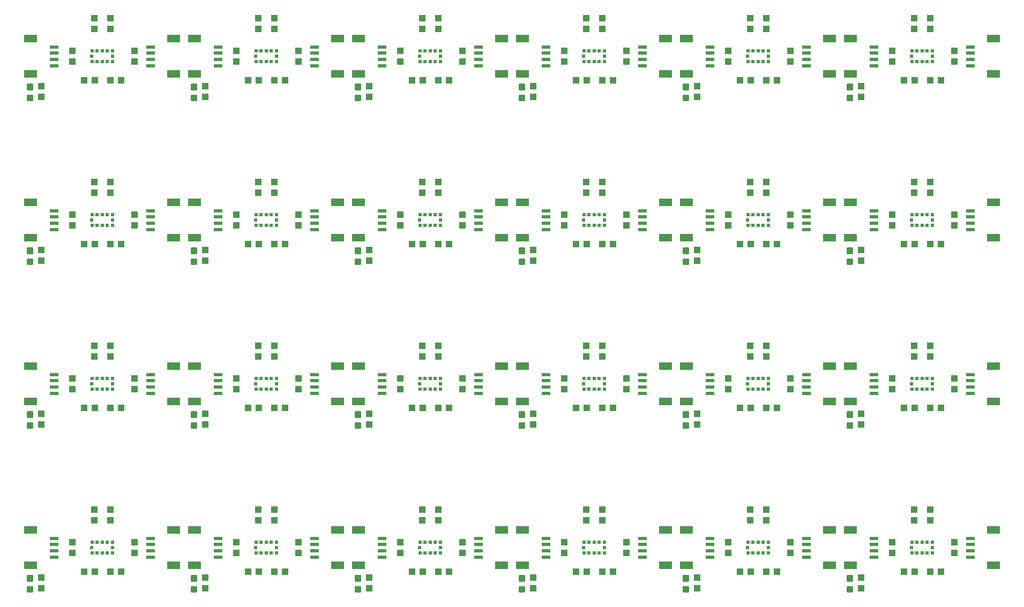
<source format=gtp>
G04 EAGLE Gerber RS-274X export*
G75*
%MOMM*%
%FSLAX34Y34*%
%LPD*%
%INSolderpaste Top*%
%IPPOS*%
%AMOC8*
5,1,8,0,0,1.08239X$1,22.5*%
G01*
%ADD10R,1.000000X1.100000*%
%ADD11R,2.000000X1.200000*%
%ADD12R,1.350000X0.600000*%
%ADD13R,1.100000X1.000000*%
%ADD14C,0.300000*%
%ADD15R,0.500000X0.600000*%
%ADD16R,0.600000X0.500000*%


D10*
X114300Y170570D03*
X114300Y187570D03*
X139700Y170570D03*
X139700Y187570D03*
D11*
X14050Y155000D03*
X14050Y99000D03*
D12*
X50800Y142000D03*
X50800Y132000D03*
X50800Y122000D03*
X50800Y112000D03*
D10*
X177800Y135500D03*
X177800Y118500D03*
D11*
X239950Y99000D03*
X239950Y155000D03*
D12*
X203200Y112000D03*
X203200Y122000D03*
X203200Y132000D03*
X203200Y142000D03*
D10*
X80010Y118500D03*
X80010Y135500D03*
D13*
X98180Y88900D03*
X115180Y88900D03*
X140090Y88900D03*
X157090Y88900D03*
D10*
X30480Y62620D03*
X30480Y79620D03*
D14*
X16200Y75120D02*
X9200Y75120D01*
X9200Y82120D01*
X16200Y82120D01*
X16200Y75120D01*
X16200Y77970D02*
X9200Y77970D01*
X9200Y80820D02*
X16200Y80820D01*
X16200Y57580D02*
X9200Y57580D01*
X9200Y64580D01*
X16200Y64580D01*
X16200Y57580D01*
X16200Y60430D02*
X9200Y60430D01*
X9200Y63280D02*
X16200Y63280D01*
D15*
X111000Y118500D03*
X119000Y118500D03*
X127000Y118500D03*
X135000Y118500D03*
X143000Y118500D03*
D16*
X143500Y127000D03*
D15*
X143000Y135500D03*
X135000Y135500D03*
X127000Y135500D03*
X119000Y135500D03*
X111000Y135500D03*
D16*
X110500Y127000D03*
D10*
X373380Y170570D03*
X373380Y187570D03*
X398780Y170570D03*
X398780Y187570D03*
D11*
X273130Y155000D03*
X273130Y99000D03*
D12*
X309880Y142000D03*
X309880Y132000D03*
X309880Y122000D03*
X309880Y112000D03*
D10*
X436880Y135500D03*
X436880Y118500D03*
D11*
X499030Y99000D03*
X499030Y155000D03*
D12*
X462280Y112000D03*
X462280Y122000D03*
X462280Y132000D03*
X462280Y142000D03*
D10*
X339090Y118500D03*
X339090Y135500D03*
D13*
X357260Y88900D03*
X374260Y88900D03*
X399170Y88900D03*
X416170Y88900D03*
D10*
X289560Y62620D03*
X289560Y79620D03*
D14*
X275280Y75120D02*
X268280Y75120D01*
X268280Y82120D01*
X275280Y82120D01*
X275280Y75120D01*
X275280Y77970D02*
X268280Y77970D01*
X268280Y80820D02*
X275280Y80820D01*
X275280Y57580D02*
X268280Y57580D01*
X268280Y64580D01*
X275280Y64580D01*
X275280Y57580D01*
X275280Y60430D02*
X268280Y60430D01*
X268280Y63280D02*
X275280Y63280D01*
D15*
X370080Y118500D03*
X378080Y118500D03*
X386080Y118500D03*
X394080Y118500D03*
X402080Y118500D03*
D16*
X402580Y127000D03*
D15*
X402080Y135500D03*
X394080Y135500D03*
X386080Y135500D03*
X378080Y135500D03*
X370080Y135500D03*
D16*
X369580Y127000D03*
D10*
X632460Y170570D03*
X632460Y187570D03*
X657860Y170570D03*
X657860Y187570D03*
D11*
X532210Y155000D03*
X532210Y99000D03*
D12*
X568960Y142000D03*
X568960Y132000D03*
X568960Y122000D03*
X568960Y112000D03*
D10*
X695960Y135500D03*
X695960Y118500D03*
D11*
X758110Y99000D03*
X758110Y155000D03*
D12*
X721360Y112000D03*
X721360Y122000D03*
X721360Y132000D03*
X721360Y142000D03*
D10*
X598170Y118500D03*
X598170Y135500D03*
D13*
X616340Y88900D03*
X633340Y88900D03*
X658250Y88900D03*
X675250Y88900D03*
D10*
X548640Y62620D03*
X548640Y79620D03*
D14*
X534360Y75120D02*
X527360Y75120D01*
X527360Y82120D01*
X534360Y82120D01*
X534360Y75120D01*
X534360Y77970D02*
X527360Y77970D01*
X527360Y80820D02*
X534360Y80820D01*
X534360Y57580D02*
X527360Y57580D01*
X527360Y64580D01*
X534360Y64580D01*
X534360Y57580D01*
X534360Y60430D02*
X527360Y60430D01*
X527360Y63280D02*
X534360Y63280D01*
D15*
X629160Y118500D03*
X637160Y118500D03*
X645160Y118500D03*
X653160Y118500D03*
X661160Y118500D03*
D16*
X661660Y127000D03*
D15*
X661160Y135500D03*
X653160Y135500D03*
X645160Y135500D03*
X637160Y135500D03*
X629160Y135500D03*
D16*
X628660Y127000D03*
D10*
X891540Y170570D03*
X891540Y187570D03*
X916940Y170570D03*
X916940Y187570D03*
D11*
X791290Y155000D03*
X791290Y99000D03*
D12*
X828040Y142000D03*
X828040Y132000D03*
X828040Y122000D03*
X828040Y112000D03*
D10*
X955040Y135500D03*
X955040Y118500D03*
D11*
X1017190Y99000D03*
X1017190Y155000D03*
D12*
X980440Y112000D03*
X980440Y122000D03*
X980440Y132000D03*
X980440Y142000D03*
D10*
X857250Y118500D03*
X857250Y135500D03*
D13*
X875420Y88900D03*
X892420Y88900D03*
X917330Y88900D03*
X934330Y88900D03*
D10*
X807720Y62620D03*
X807720Y79620D03*
D14*
X793440Y75120D02*
X786440Y75120D01*
X786440Y82120D01*
X793440Y82120D01*
X793440Y75120D01*
X793440Y77970D02*
X786440Y77970D01*
X786440Y80820D02*
X793440Y80820D01*
X793440Y57580D02*
X786440Y57580D01*
X786440Y64580D01*
X793440Y64580D01*
X793440Y57580D01*
X793440Y60430D02*
X786440Y60430D01*
X786440Y63280D02*
X793440Y63280D01*
D15*
X888240Y118500D03*
X896240Y118500D03*
X904240Y118500D03*
X912240Y118500D03*
X920240Y118500D03*
D16*
X920740Y127000D03*
D15*
X920240Y135500D03*
X912240Y135500D03*
X904240Y135500D03*
X896240Y135500D03*
X888240Y135500D03*
D16*
X887740Y127000D03*
D10*
X1150620Y170570D03*
X1150620Y187570D03*
X1176020Y170570D03*
X1176020Y187570D03*
D11*
X1050370Y155000D03*
X1050370Y99000D03*
D12*
X1087120Y142000D03*
X1087120Y132000D03*
X1087120Y122000D03*
X1087120Y112000D03*
D10*
X1214120Y135500D03*
X1214120Y118500D03*
D11*
X1276270Y99000D03*
X1276270Y155000D03*
D12*
X1239520Y112000D03*
X1239520Y122000D03*
X1239520Y132000D03*
X1239520Y142000D03*
D10*
X1116330Y118500D03*
X1116330Y135500D03*
D13*
X1134500Y88900D03*
X1151500Y88900D03*
X1176410Y88900D03*
X1193410Y88900D03*
D10*
X1066800Y62620D03*
X1066800Y79620D03*
D14*
X1052520Y75120D02*
X1045520Y75120D01*
X1045520Y82120D01*
X1052520Y82120D01*
X1052520Y75120D01*
X1052520Y77970D02*
X1045520Y77970D01*
X1045520Y80820D02*
X1052520Y80820D01*
X1052520Y57580D02*
X1045520Y57580D01*
X1045520Y64580D01*
X1052520Y64580D01*
X1052520Y57580D01*
X1052520Y60430D02*
X1045520Y60430D01*
X1045520Y63280D02*
X1052520Y63280D01*
D15*
X1147320Y118500D03*
X1155320Y118500D03*
X1163320Y118500D03*
X1171320Y118500D03*
X1179320Y118500D03*
D16*
X1179820Y127000D03*
D15*
X1179320Y135500D03*
X1171320Y135500D03*
X1163320Y135500D03*
X1155320Y135500D03*
X1147320Y135500D03*
D16*
X1146820Y127000D03*
D10*
X1409700Y170570D03*
X1409700Y187570D03*
X1435100Y170570D03*
X1435100Y187570D03*
D11*
X1309450Y155000D03*
X1309450Y99000D03*
D12*
X1346200Y142000D03*
X1346200Y132000D03*
X1346200Y122000D03*
X1346200Y112000D03*
D10*
X1473200Y135500D03*
X1473200Y118500D03*
D11*
X1535350Y99000D03*
X1535350Y155000D03*
D12*
X1498600Y112000D03*
X1498600Y122000D03*
X1498600Y132000D03*
X1498600Y142000D03*
D10*
X1375410Y118500D03*
X1375410Y135500D03*
D13*
X1393580Y88900D03*
X1410580Y88900D03*
X1435490Y88900D03*
X1452490Y88900D03*
D10*
X1325880Y62620D03*
X1325880Y79620D03*
D14*
X1311600Y75120D02*
X1304600Y75120D01*
X1304600Y82120D01*
X1311600Y82120D01*
X1311600Y75120D01*
X1311600Y77970D02*
X1304600Y77970D01*
X1304600Y80820D02*
X1311600Y80820D01*
X1311600Y57580D02*
X1304600Y57580D01*
X1304600Y64580D01*
X1311600Y64580D01*
X1311600Y57580D01*
X1311600Y60430D02*
X1304600Y60430D01*
X1304600Y63280D02*
X1311600Y63280D01*
D15*
X1406400Y118500D03*
X1414400Y118500D03*
X1422400Y118500D03*
X1430400Y118500D03*
X1438400Y118500D03*
D16*
X1438900Y127000D03*
D15*
X1438400Y135500D03*
X1430400Y135500D03*
X1422400Y135500D03*
X1414400Y135500D03*
X1406400Y135500D03*
D16*
X1405900Y127000D03*
D10*
X114300Y429650D03*
X114300Y446650D03*
X139700Y429650D03*
X139700Y446650D03*
D11*
X14050Y414080D03*
X14050Y358080D03*
D12*
X50800Y401080D03*
X50800Y391080D03*
X50800Y381080D03*
X50800Y371080D03*
D10*
X177800Y394580D03*
X177800Y377580D03*
D11*
X239950Y358080D03*
X239950Y414080D03*
D12*
X203200Y371080D03*
X203200Y381080D03*
X203200Y391080D03*
X203200Y401080D03*
D10*
X80010Y377580D03*
X80010Y394580D03*
D13*
X98180Y347980D03*
X115180Y347980D03*
X140090Y347980D03*
X157090Y347980D03*
D10*
X30480Y321700D03*
X30480Y338700D03*
D14*
X16200Y334200D02*
X9200Y334200D01*
X9200Y341200D01*
X16200Y341200D01*
X16200Y334200D01*
X16200Y337050D02*
X9200Y337050D01*
X9200Y339900D02*
X16200Y339900D01*
X16200Y316660D02*
X9200Y316660D01*
X9200Y323660D01*
X16200Y323660D01*
X16200Y316660D01*
X16200Y319510D02*
X9200Y319510D01*
X9200Y322360D02*
X16200Y322360D01*
D15*
X111000Y377580D03*
X119000Y377580D03*
X127000Y377580D03*
X135000Y377580D03*
X143000Y377580D03*
D16*
X143500Y386080D03*
D15*
X143000Y394580D03*
X135000Y394580D03*
X127000Y394580D03*
X119000Y394580D03*
X111000Y394580D03*
D16*
X110500Y386080D03*
D10*
X373380Y429650D03*
X373380Y446650D03*
X398780Y429650D03*
X398780Y446650D03*
D11*
X273130Y414080D03*
X273130Y358080D03*
D12*
X309880Y401080D03*
X309880Y391080D03*
X309880Y381080D03*
X309880Y371080D03*
D10*
X436880Y394580D03*
X436880Y377580D03*
D11*
X499030Y358080D03*
X499030Y414080D03*
D12*
X462280Y371080D03*
X462280Y381080D03*
X462280Y391080D03*
X462280Y401080D03*
D10*
X339090Y377580D03*
X339090Y394580D03*
D13*
X357260Y347980D03*
X374260Y347980D03*
X399170Y347980D03*
X416170Y347980D03*
D10*
X289560Y321700D03*
X289560Y338700D03*
D14*
X275280Y334200D02*
X268280Y334200D01*
X268280Y341200D01*
X275280Y341200D01*
X275280Y334200D01*
X275280Y337050D02*
X268280Y337050D01*
X268280Y339900D02*
X275280Y339900D01*
X275280Y316660D02*
X268280Y316660D01*
X268280Y323660D01*
X275280Y323660D01*
X275280Y316660D01*
X275280Y319510D02*
X268280Y319510D01*
X268280Y322360D02*
X275280Y322360D01*
D15*
X370080Y377580D03*
X378080Y377580D03*
X386080Y377580D03*
X394080Y377580D03*
X402080Y377580D03*
D16*
X402580Y386080D03*
D15*
X402080Y394580D03*
X394080Y394580D03*
X386080Y394580D03*
X378080Y394580D03*
X370080Y394580D03*
D16*
X369580Y386080D03*
D10*
X632460Y429650D03*
X632460Y446650D03*
X657860Y429650D03*
X657860Y446650D03*
D11*
X532210Y414080D03*
X532210Y358080D03*
D12*
X568960Y401080D03*
X568960Y391080D03*
X568960Y381080D03*
X568960Y371080D03*
D10*
X695960Y394580D03*
X695960Y377580D03*
D11*
X758110Y358080D03*
X758110Y414080D03*
D12*
X721360Y371080D03*
X721360Y381080D03*
X721360Y391080D03*
X721360Y401080D03*
D10*
X598170Y377580D03*
X598170Y394580D03*
D13*
X616340Y347980D03*
X633340Y347980D03*
X658250Y347980D03*
X675250Y347980D03*
D10*
X548640Y321700D03*
X548640Y338700D03*
D14*
X534360Y334200D02*
X527360Y334200D01*
X527360Y341200D01*
X534360Y341200D01*
X534360Y334200D01*
X534360Y337050D02*
X527360Y337050D01*
X527360Y339900D02*
X534360Y339900D01*
X534360Y316660D02*
X527360Y316660D01*
X527360Y323660D01*
X534360Y323660D01*
X534360Y316660D01*
X534360Y319510D02*
X527360Y319510D01*
X527360Y322360D02*
X534360Y322360D01*
D15*
X629160Y377580D03*
X637160Y377580D03*
X645160Y377580D03*
X653160Y377580D03*
X661160Y377580D03*
D16*
X661660Y386080D03*
D15*
X661160Y394580D03*
X653160Y394580D03*
X645160Y394580D03*
X637160Y394580D03*
X629160Y394580D03*
D16*
X628660Y386080D03*
D10*
X891540Y429650D03*
X891540Y446650D03*
X916940Y429650D03*
X916940Y446650D03*
D11*
X791290Y414080D03*
X791290Y358080D03*
D12*
X828040Y401080D03*
X828040Y391080D03*
X828040Y381080D03*
X828040Y371080D03*
D10*
X955040Y394580D03*
X955040Y377580D03*
D11*
X1017190Y358080D03*
X1017190Y414080D03*
D12*
X980440Y371080D03*
X980440Y381080D03*
X980440Y391080D03*
X980440Y401080D03*
D10*
X857250Y377580D03*
X857250Y394580D03*
D13*
X875420Y347980D03*
X892420Y347980D03*
X917330Y347980D03*
X934330Y347980D03*
D10*
X807720Y321700D03*
X807720Y338700D03*
D14*
X793440Y334200D02*
X786440Y334200D01*
X786440Y341200D01*
X793440Y341200D01*
X793440Y334200D01*
X793440Y337050D02*
X786440Y337050D01*
X786440Y339900D02*
X793440Y339900D01*
X793440Y316660D02*
X786440Y316660D01*
X786440Y323660D01*
X793440Y323660D01*
X793440Y316660D01*
X793440Y319510D02*
X786440Y319510D01*
X786440Y322360D02*
X793440Y322360D01*
D15*
X888240Y377580D03*
X896240Y377580D03*
X904240Y377580D03*
X912240Y377580D03*
X920240Y377580D03*
D16*
X920740Y386080D03*
D15*
X920240Y394580D03*
X912240Y394580D03*
X904240Y394580D03*
X896240Y394580D03*
X888240Y394580D03*
D16*
X887740Y386080D03*
D10*
X1150620Y429650D03*
X1150620Y446650D03*
X1176020Y429650D03*
X1176020Y446650D03*
D11*
X1050370Y414080D03*
X1050370Y358080D03*
D12*
X1087120Y401080D03*
X1087120Y391080D03*
X1087120Y381080D03*
X1087120Y371080D03*
D10*
X1214120Y394580D03*
X1214120Y377580D03*
D11*
X1276270Y358080D03*
X1276270Y414080D03*
D12*
X1239520Y371080D03*
X1239520Y381080D03*
X1239520Y391080D03*
X1239520Y401080D03*
D10*
X1116330Y377580D03*
X1116330Y394580D03*
D13*
X1134500Y347980D03*
X1151500Y347980D03*
X1176410Y347980D03*
X1193410Y347980D03*
D10*
X1066800Y321700D03*
X1066800Y338700D03*
D14*
X1052520Y334200D02*
X1045520Y334200D01*
X1045520Y341200D01*
X1052520Y341200D01*
X1052520Y334200D01*
X1052520Y337050D02*
X1045520Y337050D01*
X1045520Y339900D02*
X1052520Y339900D01*
X1052520Y316660D02*
X1045520Y316660D01*
X1045520Y323660D01*
X1052520Y323660D01*
X1052520Y316660D01*
X1052520Y319510D02*
X1045520Y319510D01*
X1045520Y322360D02*
X1052520Y322360D01*
D15*
X1147320Y377580D03*
X1155320Y377580D03*
X1163320Y377580D03*
X1171320Y377580D03*
X1179320Y377580D03*
D16*
X1179820Y386080D03*
D15*
X1179320Y394580D03*
X1171320Y394580D03*
X1163320Y394580D03*
X1155320Y394580D03*
X1147320Y394580D03*
D16*
X1146820Y386080D03*
D10*
X1409700Y429650D03*
X1409700Y446650D03*
X1435100Y429650D03*
X1435100Y446650D03*
D11*
X1309450Y414080D03*
X1309450Y358080D03*
D12*
X1346200Y401080D03*
X1346200Y391080D03*
X1346200Y381080D03*
X1346200Y371080D03*
D10*
X1473200Y394580D03*
X1473200Y377580D03*
D11*
X1535350Y358080D03*
X1535350Y414080D03*
D12*
X1498600Y371080D03*
X1498600Y381080D03*
X1498600Y391080D03*
X1498600Y401080D03*
D10*
X1375410Y377580D03*
X1375410Y394580D03*
D13*
X1393580Y347980D03*
X1410580Y347980D03*
X1435490Y347980D03*
X1452490Y347980D03*
D10*
X1325880Y321700D03*
X1325880Y338700D03*
D14*
X1311600Y334200D02*
X1304600Y334200D01*
X1304600Y341200D01*
X1311600Y341200D01*
X1311600Y334200D01*
X1311600Y337050D02*
X1304600Y337050D01*
X1304600Y339900D02*
X1311600Y339900D01*
X1311600Y316660D02*
X1304600Y316660D01*
X1304600Y323660D01*
X1311600Y323660D01*
X1311600Y316660D01*
X1311600Y319510D02*
X1304600Y319510D01*
X1304600Y322360D02*
X1311600Y322360D01*
D15*
X1406400Y377580D03*
X1414400Y377580D03*
X1422400Y377580D03*
X1430400Y377580D03*
X1438400Y377580D03*
D16*
X1438900Y386080D03*
D15*
X1438400Y394580D03*
X1430400Y394580D03*
X1422400Y394580D03*
X1414400Y394580D03*
X1406400Y394580D03*
D16*
X1405900Y386080D03*
D10*
X114300Y688730D03*
X114300Y705730D03*
X139700Y688730D03*
X139700Y705730D03*
D11*
X14050Y673160D03*
X14050Y617160D03*
D12*
X50800Y660160D03*
X50800Y650160D03*
X50800Y640160D03*
X50800Y630160D03*
D10*
X177800Y653660D03*
X177800Y636660D03*
D11*
X239950Y617160D03*
X239950Y673160D03*
D12*
X203200Y630160D03*
X203200Y640160D03*
X203200Y650160D03*
X203200Y660160D03*
D10*
X80010Y636660D03*
X80010Y653660D03*
D13*
X98180Y607060D03*
X115180Y607060D03*
X140090Y607060D03*
X157090Y607060D03*
D10*
X30480Y580780D03*
X30480Y597780D03*
D14*
X16200Y593280D02*
X9200Y593280D01*
X9200Y600280D01*
X16200Y600280D01*
X16200Y593280D01*
X16200Y596130D02*
X9200Y596130D01*
X9200Y598980D02*
X16200Y598980D01*
X16200Y575740D02*
X9200Y575740D01*
X9200Y582740D01*
X16200Y582740D01*
X16200Y575740D01*
X16200Y578590D02*
X9200Y578590D01*
X9200Y581440D02*
X16200Y581440D01*
D15*
X111000Y636660D03*
X119000Y636660D03*
X127000Y636660D03*
X135000Y636660D03*
X143000Y636660D03*
D16*
X143500Y645160D03*
D15*
X143000Y653660D03*
X135000Y653660D03*
X127000Y653660D03*
X119000Y653660D03*
X111000Y653660D03*
D16*
X110500Y645160D03*
D10*
X373380Y688730D03*
X373380Y705730D03*
X398780Y688730D03*
X398780Y705730D03*
D11*
X273130Y673160D03*
X273130Y617160D03*
D12*
X309880Y660160D03*
X309880Y650160D03*
X309880Y640160D03*
X309880Y630160D03*
D10*
X436880Y653660D03*
X436880Y636660D03*
D11*
X499030Y617160D03*
X499030Y673160D03*
D12*
X462280Y630160D03*
X462280Y640160D03*
X462280Y650160D03*
X462280Y660160D03*
D10*
X339090Y636660D03*
X339090Y653660D03*
D13*
X357260Y607060D03*
X374260Y607060D03*
X399170Y607060D03*
X416170Y607060D03*
D10*
X289560Y580780D03*
X289560Y597780D03*
D14*
X275280Y593280D02*
X268280Y593280D01*
X268280Y600280D01*
X275280Y600280D01*
X275280Y593280D01*
X275280Y596130D02*
X268280Y596130D01*
X268280Y598980D02*
X275280Y598980D01*
X275280Y575740D02*
X268280Y575740D01*
X268280Y582740D01*
X275280Y582740D01*
X275280Y575740D01*
X275280Y578590D02*
X268280Y578590D01*
X268280Y581440D02*
X275280Y581440D01*
D15*
X370080Y636660D03*
X378080Y636660D03*
X386080Y636660D03*
X394080Y636660D03*
X402080Y636660D03*
D16*
X402580Y645160D03*
D15*
X402080Y653660D03*
X394080Y653660D03*
X386080Y653660D03*
X378080Y653660D03*
X370080Y653660D03*
D16*
X369580Y645160D03*
D10*
X632460Y688730D03*
X632460Y705730D03*
X657860Y688730D03*
X657860Y705730D03*
D11*
X532210Y673160D03*
X532210Y617160D03*
D12*
X568960Y660160D03*
X568960Y650160D03*
X568960Y640160D03*
X568960Y630160D03*
D10*
X695960Y653660D03*
X695960Y636660D03*
D11*
X758110Y617160D03*
X758110Y673160D03*
D12*
X721360Y630160D03*
X721360Y640160D03*
X721360Y650160D03*
X721360Y660160D03*
D10*
X598170Y636660D03*
X598170Y653660D03*
D13*
X616340Y607060D03*
X633340Y607060D03*
X658250Y607060D03*
X675250Y607060D03*
D10*
X548640Y580780D03*
X548640Y597780D03*
D14*
X534360Y593280D02*
X527360Y593280D01*
X527360Y600280D01*
X534360Y600280D01*
X534360Y593280D01*
X534360Y596130D02*
X527360Y596130D01*
X527360Y598980D02*
X534360Y598980D01*
X534360Y575740D02*
X527360Y575740D01*
X527360Y582740D01*
X534360Y582740D01*
X534360Y575740D01*
X534360Y578590D02*
X527360Y578590D01*
X527360Y581440D02*
X534360Y581440D01*
D15*
X629160Y636660D03*
X637160Y636660D03*
X645160Y636660D03*
X653160Y636660D03*
X661160Y636660D03*
D16*
X661660Y645160D03*
D15*
X661160Y653660D03*
X653160Y653660D03*
X645160Y653660D03*
X637160Y653660D03*
X629160Y653660D03*
D16*
X628660Y645160D03*
D10*
X891540Y688730D03*
X891540Y705730D03*
X916940Y688730D03*
X916940Y705730D03*
D11*
X791290Y673160D03*
X791290Y617160D03*
D12*
X828040Y660160D03*
X828040Y650160D03*
X828040Y640160D03*
X828040Y630160D03*
D10*
X955040Y653660D03*
X955040Y636660D03*
D11*
X1017190Y617160D03*
X1017190Y673160D03*
D12*
X980440Y630160D03*
X980440Y640160D03*
X980440Y650160D03*
X980440Y660160D03*
D10*
X857250Y636660D03*
X857250Y653660D03*
D13*
X875420Y607060D03*
X892420Y607060D03*
X917330Y607060D03*
X934330Y607060D03*
D10*
X807720Y580780D03*
X807720Y597780D03*
D14*
X793440Y593280D02*
X786440Y593280D01*
X786440Y600280D01*
X793440Y600280D01*
X793440Y593280D01*
X793440Y596130D02*
X786440Y596130D01*
X786440Y598980D02*
X793440Y598980D01*
X793440Y575740D02*
X786440Y575740D01*
X786440Y582740D01*
X793440Y582740D01*
X793440Y575740D01*
X793440Y578590D02*
X786440Y578590D01*
X786440Y581440D02*
X793440Y581440D01*
D15*
X888240Y636660D03*
X896240Y636660D03*
X904240Y636660D03*
X912240Y636660D03*
X920240Y636660D03*
D16*
X920740Y645160D03*
D15*
X920240Y653660D03*
X912240Y653660D03*
X904240Y653660D03*
X896240Y653660D03*
X888240Y653660D03*
D16*
X887740Y645160D03*
D10*
X1150620Y688730D03*
X1150620Y705730D03*
X1176020Y688730D03*
X1176020Y705730D03*
D11*
X1050370Y673160D03*
X1050370Y617160D03*
D12*
X1087120Y660160D03*
X1087120Y650160D03*
X1087120Y640160D03*
X1087120Y630160D03*
D10*
X1214120Y653660D03*
X1214120Y636660D03*
D11*
X1276270Y617160D03*
X1276270Y673160D03*
D12*
X1239520Y630160D03*
X1239520Y640160D03*
X1239520Y650160D03*
X1239520Y660160D03*
D10*
X1116330Y636660D03*
X1116330Y653660D03*
D13*
X1134500Y607060D03*
X1151500Y607060D03*
X1176410Y607060D03*
X1193410Y607060D03*
D10*
X1066800Y580780D03*
X1066800Y597780D03*
D14*
X1052520Y593280D02*
X1045520Y593280D01*
X1045520Y600280D01*
X1052520Y600280D01*
X1052520Y593280D01*
X1052520Y596130D02*
X1045520Y596130D01*
X1045520Y598980D02*
X1052520Y598980D01*
X1052520Y575740D02*
X1045520Y575740D01*
X1045520Y582740D01*
X1052520Y582740D01*
X1052520Y575740D01*
X1052520Y578590D02*
X1045520Y578590D01*
X1045520Y581440D02*
X1052520Y581440D01*
D15*
X1147320Y636660D03*
X1155320Y636660D03*
X1163320Y636660D03*
X1171320Y636660D03*
X1179320Y636660D03*
D16*
X1179820Y645160D03*
D15*
X1179320Y653660D03*
X1171320Y653660D03*
X1163320Y653660D03*
X1155320Y653660D03*
X1147320Y653660D03*
D16*
X1146820Y645160D03*
D10*
X1409700Y688730D03*
X1409700Y705730D03*
X1435100Y688730D03*
X1435100Y705730D03*
D11*
X1309450Y673160D03*
X1309450Y617160D03*
D12*
X1346200Y660160D03*
X1346200Y650160D03*
X1346200Y640160D03*
X1346200Y630160D03*
D10*
X1473200Y653660D03*
X1473200Y636660D03*
D11*
X1535350Y617160D03*
X1535350Y673160D03*
D12*
X1498600Y630160D03*
X1498600Y640160D03*
X1498600Y650160D03*
X1498600Y660160D03*
D10*
X1375410Y636660D03*
X1375410Y653660D03*
D13*
X1393580Y607060D03*
X1410580Y607060D03*
X1435490Y607060D03*
X1452490Y607060D03*
D10*
X1325880Y580780D03*
X1325880Y597780D03*
D14*
X1311600Y593280D02*
X1304600Y593280D01*
X1304600Y600280D01*
X1311600Y600280D01*
X1311600Y593280D01*
X1311600Y596130D02*
X1304600Y596130D01*
X1304600Y598980D02*
X1311600Y598980D01*
X1311600Y575740D02*
X1304600Y575740D01*
X1304600Y582740D01*
X1311600Y582740D01*
X1311600Y575740D01*
X1311600Y578590D02*
X1304600Y578590D01*
X1304600Y581440D02*
X1311600Y581440D01*
D15*
X1406400Y636660D03*
X1414400Y636660D03*
X1422400Y636660D03*
X1430400Y636660D03*
X1438400Y636660D03*
D16*
X1438900Y645160D03*
D15*
X1438400Y653660D03*
X1430400Y653660D03*
X1422400Y653660D03*
X1414400Y653660D03*
X1406400Y653660D03*
D16*
X1405900Y645160D03*
D10*
X114300Y947810D03*
X114300Y964810D03*
X139700Y947810D03*
X139700Y964810D03*
D11*
X14050Y932240D03*
X14050Y876240D03*
D12*
X50800Y919240D03*
X50800Y909240D03*
X50800Y899240D03*
X50800Y889240D03*
D10*
X177800Y912740D03*
X177800Y895740D03*
D11*
X239950Y876240D03*
X239950Y932240D03*
D12*
X203200Y889240D03*
X203200Y899240D03*
X203200Y909240D03*
X203200Y919240D03*
D10*
X80010Y895740D03*
X80010Y912740D03*
D13*
X98180Y866140D03*
X115180Y866140D03*
X140090Y866140D03*
X157090Y866140D03*
D10*
X30480Y839860D03*
X30480Y856860D03*
D14*
X16200Y852360D02*
X9200Y852360D01*
X9200Y859360D01*
X16200Y859360D01*
X16200Y852360D01*
X16200Y855210D02*
X9200Y855210D01*
X9200Y858060D02*
X16200Y858060D01*
X16200Y834820D02*
X9200Y834820D01*
X9200Y841820D01*
X16200Y841820D01*
X16200Y834820D01*
X16200Y837670D02*
X9200Y837670D01*
X9200Y840520D02*
X16200Y840520D01*
D15*
X111000Y895740D03*
X119000Y895740D03*
X127000Y895740D03*
X135000Y895740D03*
X143000Y895740D03*
D16*
X143500Y904240D03*
D15*
X143000Y912740D03*
X135000Y912740D03*
X127000Y912740D03*
X119000Y912740D03*
X111000Y912740D03*
D16*
X110500Y904240D03*
D10*
X373380Y947810D03*
X373380Y964810D03*
X398780Y947810D03*
X398780Y964810D03*
D11*
X273130Y932240D03*
X273130Y876240D03*
D12*
X309880Y919240D03*
X309880Y909240D03*
X309880Y899240D03*
X309880Y889240D03*
D10*
X436880Y912740D03*
X436880Y895740D03*
D11*
X499030Y876240D03*
X499030Y932240D03*
D12*
X462280Y889240D03*
X462280Y899240D03*
X462280Y909240D03*
X462280Y919240D03*
D10*
X339090Y895740D03*
X339090Y912740D03*
D13*
X357260Y866140D03*
X374260Y866140D03*
X399170Y866140D03*
X416170Y866140D03*
D10*
X289560Y839860D03*
X289560Y856860D03*
D14*
X275280Y852360D02*
X268280Y852360D01*
X268280Y859360D01*
X275280Y859360D01*
X275280Y852360D01*
X275280Y855210D02*
X268280Y855210D01*
X268280Y858060D02*
X275280Y858060D01*
X275280Y834820D02*
X268280Y834820D01*
X268280Y841820D01*
X275280Y841820D01*
X275280Y834820D01*
X275280Y837670D02*
X268280Y837670D01*
X268280Y840520D02*
X275280Y840520D01*
D15*
X370080Y895740D03*
X378080Y895740D03*
X386080Y895740D03*
X394080Y895740D03*
X402080Y895740D03*
D16*
X402580Y904240D03*
D15*
X402080Y912740D03*
X394080Y912740D03*
X386080Y912740D03*
X378080Y912740D03*
X370080Y912740D03*
D16*
X369580Y904240D03*
D10*
X632460Y947810D03*
X632460Y964810D03*
X657860Y947810D03*
X657860Y964810D03*
D11*
X532210Y932240D03*
X532210Y876240D03*
D12*
X568960Y919240D03*
X568960Y909240D03*
X568960Y899240D03*
X568960Y889240D03*
D10*
X695960Y912740D03*
X695960Y895740D03*
D11*
X758110Y876240D03*
X758110Y932240D03*
D12*
X721360Y889240D03*
X721360Y899240D03*
X721360Y909240D03*
X721360Y919240D03*
D10*
X598170Y895740D03*
X598170Y912740D03*
D13*
X616340Y866140D03*
X633340Y866140D03*
X658250Y866140D03*
X675250Y866140D03*
D10*
X548640Y839860D03*
X548640Y856860D03*
D14*
X534360Y852360D02*
X527360Y852360D01*
X527360Y859360D01*
X534360Y859360D01*
X534360Y852360D01*
X534360Y855210D02*
X527360Y855210D01*
X527360Y858060D02*
X534360Y858060D01*
X534360Y834820D02*
X527360Y834820D01*
X527360Y841820D01*
X534360Y841820D01*
X534360Y834820D01*
X534360Y837670D02*
X527360Y837670D01*
X527360Y840520D02*
X534360Y840520D01*
D15*
X629160Y895740D03*
X637160Y895740D03*
X645160Y895740D03*
X653160Y895740D03*
X661160Y895740D03*
D16*
X661660Y904240D03*
D15*
X661160Y912740D03*
X653160Y912740D03*
X645160Y912740D03*
X637160Y912740D03*
X629160Y912740D03*
D16*
X628660Y904240D03*
D10*
X891540Y947810D03*
X891540Y964810D03*
X916940Y947810D03*
X916940Y964810D03*
D11*
X791290Y932240D03*
X791290Y876240D03*
D12*
X828040Y919240D03*
X828040Y909240D03*
X828040Y899240D03*
X828040Y889240D03*
D10*
X955040Y912740D03*
X955040Y895740D03*
D11*
X1017190Y876240D03*
X1017190Y932240D03*
D12*
X980440Y889240D03*
X980440Y899240D03*
X980440Y909240D03*
X980440Y919240D03*
D10*
X857250Y895740D03*
X857250Y912740D03*
D13*
X875420Y866140D03*
X892420Y866140D03*
X917330Y866140D03*
X934330Y866140D03*
D10*
X807720Y839860D03*
X807720Y856860D03*
D14*
X793440Y852360D02*
X786440Y852360D01*
X786440Y859360D01*
X793440Y859360D01*
X793440Y852360D01*
X793440Y855210D02*
X786440Y855210D01*
X786440Y858060D02*
X793440Y858060D01*
X793440Y834820D02*
X786440Y834820D01*
X786440Y841820D01*
X793440Y841820D01*
X793440Y834820D01*
X793440Y837670D02*
X786440Y837670D01*
X786440Y840520D02*
X793440Y840520D01*
D15*
X888240Y895740D03*
X896240Y895740D03*
X904240Y895740D03*
X912240Y895740D03*
X920240Y895740D03*
D16*
X920740Y904240D03*
D15*
X920240Y912740D03*
X912240Y912740D03*
X904240Y912740D03*
X896240Y912740D03*
X888240Y912740D03*
D16*
X887740Y904240D03*
D10*
X1150620Y947810D03*
X1150620Y964810D03*
X1176020Y947810D03*
X1176020Y964810D03*
D11*
X1050370Y932240D03*
X1050370Y876240D03*
D12*
X1087120Y919240D03*
X1087120Y909240D03*
X1087120Y899240D03*
X1087120Y889240D03*
D10*
X1214120Y912740D03*
X1214120Y895740D03*
D11*
X1276270Y876240D03*
X1276270Y932240D03*
D12*
X1239520Y889240D03*
X1239520Y899240D03*
X1239520Y909240D03*
X1239520Y919240D03*
D10*
X1116330Y895740D03*
X1116330Y912740D03*
D13*
X1134500Y866140D03*
X1151500Y866140D03*
X1176410Y866140D03*
X1193410Y866140D03*
D10*
X1066800Y839860D03*
X1066800Y856860D03*
D14*
X1052520Y852360D02*
X1045520Y852360D01*
X1045520Y859360D01*
X1052520Y859360D01*
X1052520Y852360D01*
X1052520Y855210D02*
X1045520Y855210D01*
X1045520Y858060D02*
X1052520Y858060D01*
X1052520Y834820D02*
X1045520Y834820D01*
X1045520Y841820D01*
X1052520Y841820D01*
X1052520Y834820D01*
X1052520Y837670D02*
X1045520Y837670D01*
X1045520Y840520D02*
X1052520Y840520D01*
D15*
X1147320Y895740D03*
X1155320Y895740D03*
X1163320Y895740D03*
X1171320Y895740D03*
X1179320Y895740D03*
D16*
X1179820Y904240D03*
D15*
X1179320Y912740D03*
X1171320Y912740D03*
X1163320Y912740D03*
X1155320Y912740D03*
X1147320Y912740D03*
D16*
X1146820Y904240D03*
D10*
X1409700Y947810D03*
X1409700Y964810D03*
X1435100Y947810D03*
X1435100Y964810D03*
D11*
X1309450Y932240D03*
X1309450Y876240D03*
D12*
X1346200Y919240D03*
X1346200Y909240D03*
X1346200Y899240D03*
X1346200Y889240D03*
D10*
X1473200Y912740D03*
X1473200Y895740D03*
D11*
X1535350Y876240D03*
X1535350Y932240D03*
D12*
X1498600Y889240D03*
X1498600Y899240D03*
X1498600Y909240D03*
X1498600Y919240D03*
D10*
X1375410Y895740D03*
X1375410Y912740D03*
D13*
X1393580Y866140D03*
X1410580Y866140D03*
X1435490Y866140D03*
X1452490Y866140D03*
D10*
X1325880Y839860D03*
X1325880Y856860D03*
D14*
X1311600Y852360D02*
X1304600Y852360D01*
X1304600Y859360D01*
X1311600Y859360D01*
X1311600Y852360D01*
X1311600Y855210D02*
X1304600Y855210D01*
X1304600Y858060D02*
X1311600Y858060D01*
X1311600Y834820D02*
X1304600Y834820D01*
X1304600Y841820D01*
X1311600Y841820D01*
X1311600Y834820D01*
X1311600Y837670D02*
X1304600Y837670D01*
X1304600Y840520D02*
X1311600Y840520D01*
D15*
X1406400Y895740D03*
X1414400Y895740D03*
X1422400Y895740D03*
X1430400Y895740D03*
X1438400Y895740D03*
D16*
X1438900Y904240D03*
D15*
X1438400Y912740D03*
X1430400Y912740D03*
X1422400Y912740D03*
X1414400Y912740D03*
X1406400Y912740D03*
D16*
X1405900Y904240D03*
M02*

</source>
